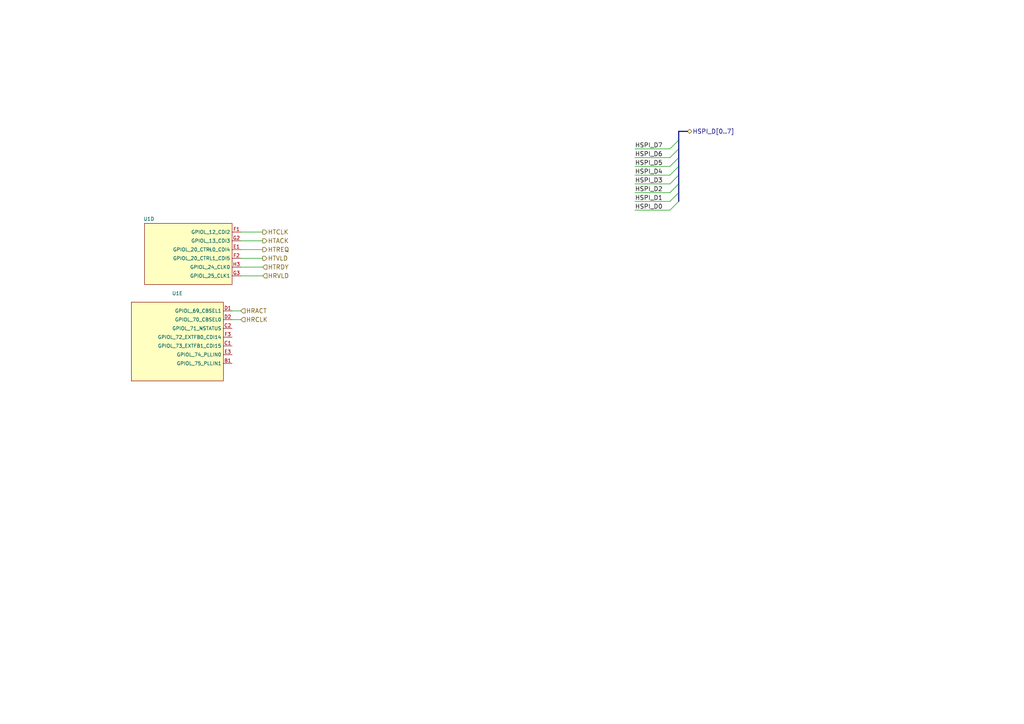
<source format=kicad_sch>
(kicad_sch (version 20230819) (generator eeschema)
  (paper "A4")
  (lib_symbols
    (symbol "efinix:T20F169Cx"
      (property "Reference" "U" (at -25.4 5.08 0))
      (symbol "T20F169Cx_1_1"
        (rectangle (start -7.62 13.97) (end 31.75 -81.28) (fill (type background)))
        (text "Power" (at -3.81 11.43 0) (effects (font (size 1 1) bold)))
        (pin power_in line (at 34.29 6.35 180) (length 2.54) (name "GND") (number "A1"))
        (pin power_in line (at 34.29 -31.75 180) (length 2.54) (name "GND") (number "A13"))
        (pin power_in line (at 34.29 -68.58 180) (length 2.54) (name "GNDA_MIPI") (number "C11"))
        (pin power_in line (at -10.16 -67.31 0) (length 2.54) (name "VCC11A_MIPI0_TX") (number "C3"))
        (pin power_in line (at 34.29 -71.12 180) (length 2.54) (name "GNDA_MIPI") (number "D11"))
        (pin power_in line (at 34.29 -76.2 180) (length 2.54) (name "GNDA_MIPI") (number "D3"))
        (pin power_in line (at -10.16 -77.47 0) (length 2.54) (name "VCC11A_MIPI1_RX") (number "E10"))
        (pin power_in line (at 34.29 -26.67 180) (length 2.54) (name "GND") (number "E12"))
        (pin power_in line (at 34.29 1.27 180) (length 2.54) (name "GND") (number "E2"))
        (pin power_in line (at -10.16 7.62 0) (length 2.54) (name "VCC") (number "E4"))
        (pin power_in line (at 34.29 -73.66 180) (length 2.54) (name "GNDA_MIPI") (number "E5"))
        (pin power_in line (at -10.16 -69.85 0) (length 2.54) (name "VCC11A_MIPI0_RX") (number "E6"))
        (pin power_in line (at -10.16 -58.42 0) (length 2.54) (name "VCC25A_MIPI0") (number "E7"))
        (pin power_in line (at -10.16 -74.93 0) (length 2.54) (name "VCC11A_MIPI1_TX") (number "E8"))
        (pin power_in line (at -10.16 -60.96 0) (length 2.54) (name "VCC25A_MIPI1") (number "E9"))
        (pin power_in line (at -10.16 -36.83 0) (length 2.54) (name "VCCIO3A_3B") (number "F10"))
        (pin power_in line (at -10.16 -34.29 0) (length 2.54) (name "VCCIO1E") (number "F4"))
        (pin power_in line (at 34.29 -6.35 180) (length 2.54) (name "GND") (number "F5"))
        (pin power_in line (at 34.29 -8.89 180) (length 2.54) (name "GND") (number "F6"))
        (pin power_in line (at -10.16 0 0) (length 2.54) (name "VCC") (number "F7"))
        (pin power_in line (at 34.29 -19.05 180) (length 2.54) (name "GND") (number "F8"))
        (pin power_in line (at -10.16 -7.62 0) (length 2.54) (name "VCC") (number "F9"))
        (pin power_in line (at -10.16 -16.51 0) (length 2.54) (name "VCCA_TR") (number "G10"))
        (pin power_in line (at -10.16 -21.59 0) (length 2.54) (name "VCCA_TL") (number "G4"))
        (pin power_in line (at -10.16 5.08 0) (length 2.54) (name "VCC") (number "G5"))
        (pin power_in line (at 34.29 -11.43 180) (length 2.54) (name "GND") (number "G6"))
        (pin power_in line (at 34.29 -13.97 180) (length 2.54) (name "GND") (number "G7"))
        (pin power_in line (at -10.16 -5.08 0) (length 2.54) (name "VCC") (number "G8"))
        (pin power_in line (at -10.16 -10.16 0) (length 2.54) (name "VCC") (number "G9"))
        (pin power_in line (at -10.16 -39.37 0) (length 2.54) (name "VCCIO3C_3D_3E") (number "H10"))
        (pin power_in line (at -10.16 -31.75 0) (length 2.54) (name "VCCIO1B_1C_1D") (number "H4"))
        (pin power_in line (at -10.16 -52.07 0) (length 2.54) (name "VCCIO4B") (number "H5"))
        (pin power_in line (at -10.16 -2.54 0) (length 2.54) (name "VCC") (number "H6"))
        (pin power_in line (at -10.16 -49.53 0) (length 2.54) (name "VCCIO4A") (number "H7"))
        (pin power_in line (at -10.16 -41.91 0) (length 2.54) (name "VCCIO4A") (number "H8"))
        (pin power_in line (at -10.16 -44.45 0) (length 2.54) (name "VCCIO4A") (number "H9"))
        (pin power_in line (at -10.16 -19.05 0) (length 2.54) (name "VCCA_BR") (number "J10"))
        (pin power_in line (at -10.16 -29.21 0) (length 2.54) (name "VCCIO1A") (number "J4"))
        (pin power_in line (at -10.16 2.54 0) (length 2.54) (name "VCC") (number "J6"))
        (pin power_in line (at 34.29 -16.51 180) (length 2.54) (name "GND") (number "J7"))
        (pin power_in line (at 34.29 -21.59 180) (length 2.54) (name "GND") (number "J8"))
        (pin power_in line (at -10.16 -46.99 0) (length 2.54) (name "VCCIO4A") (number "J9"))
        (pin power_in line (at 34.29 -29.21 180) (length 2.54) (name "GND") (number "K12"))
        (pin power_in line (at 34.29 -1.27 180) (length 2.54) (name "GND") (number "K2"))
        (pin power_in line (at 34.29 -24.13 180) (length 2.54) (name "GND") (number "L12"))
        (pin power_in line (at 34.29 -3.81 180) (length 2.54) (name "GND") (number "M4"))
        (pin power_in line (at 34.29 3.81 180) (length 2.54) (name "GND") (number "N1"))
        (pin power_in line (at 34.29 -34.29 180) (length 2.54) (name "GND") (number "N13"))
      )
      (symbol "T20F169Cx_2_1"
        (rectangle (start -8.89 3.81) (end 8.89 -13.97) (fill (type background)))
        (text "Configuration" (at -1.27 1.27 0) (effects (font (size 1 1) bold)))
        (pin output line (at -11.43 -10.16 0) (length 2.54) (name "TD0") (number "G1"))
        (pin input line (at -11.43 -5.08 0) (length 2.54) (name "TCK") (number "H1"))
        (pin input line (at -11.43 -7.62 0) (length 2.54) (name "TMS") (number "H2"))
        (pin input line (at -11.43 -2.54 0) (length 2.54) (name "TDI") (number "J3"))
        (pin input line (at 11.43 -6.35 180) (length 2.54) (name "CRESET_B") (number "K3"))
        (pin output line (at 11.43 -3.81 180) (length 2.54) (name "CONDONELE") (number "L2"))
      )
      (symbol "T20F169Cx_3_1"
        (rectangle (start -26.67 2.54) (end 0 -11.43) (fill (type background)))
        (pin bidirectional line (at 2.54 -5.08 180) (length 2.54) (name "GPIOL_08_CDI0") (number "J1"))
        (pin bidirectional line (at 2.54 -7.62 180) (length 2.54) (name "GPIOL_09_CDI1") (number "J2"))
        (pin bidirectional line (at 2.54 -2.54 180) (length 2.54) (name "GPIOL_01_CCK") (number "K1"))
        (pin bidirectional line (at 2.54 0 180) (length 2.54) (name "GPIOL_00_SS") (number "L1"))
      )
      (symbol "T20F169Cx_4_0"
        (pin bidirectional line (at 2.54 -2.54 180) (length 2.54) (name "GPIOL_13_CDI3") (number "G2"))
        (pin bidirectional line (at 2.54 -12.7 180) (length 2.54) (name "GPIOL_25_CLK1") (number "G3"))
        (pin bidirectional line (at 2.54 -10.16 180) (length 2.54) (name "GPIOL_24_CLK0") (number "H3"))
      )
      (symbol "T20F169Cx_4_1"
        (rectangle (start -25.4 2.54) (end 0 -15.24) (fill (type background)))
        (pin bidirectional line (at 2.54 -5.08 180) (length 2.54) (name "GPIOL_20_CTRL0_CDI4") (number "E1"))
        (pin bidirectional line (at 2.54 0 180) (length 2.54) (name "GPIOL_12_CDI2") (number "F1"))
        (pin bidirectional line (at 2.54 -7.62 180) (length 2.54) (name "GPIOL_20_CTRL1_CDI5") (number "F2"))
      )
      (symbol "T20F169Cx_5_0"
        (pin bidirectional line (at 2.54 -15.24 180) (length 2.54) (name "GPIOL_75_PLLIN1") (number "B1"))
        (pin bidirectional line (at 2.54 -10.16 180) (length 2.54) (name "GPIOL_73_EXTFB1_CDI15") (number "C1"))
        (pin bidirectional line (at 2.54 -2.54 180) (length 2.54) (name "GPIOL_70_CBSEL0") (number "D2"))
        (pin bidirectional line (at 2.54 -12.7 180) (length 2.54) (name "GPIOL_74_PLLIN0") (number "E3"))
      )
      (symbol "T20F169Cx_5_1"
        (rectangle (start -26.67 2.54) (end 0 -20.32) (fill (type background)))
        (pin bidirectional line (at 2.54 -5.08 180) (length 2.54) (name "GPIOL_71_NSTATUS") (number "C2"))
        (pin bidirectional line (at 2.54 0 180) (length 2.54) (name "GPIOL_69_CBSEL1") (number "D1"))
        (pin bidirectional line (at 2.54 -7.62 180) (length 2.54) (name "GPIOL_72_EXTFB0_CDI14") (number "F3"))
      )
      (symbol "T20F169Cx_6_1"
        (rectangle (start -26.67 2.54) (end 0 -63.5) (fill (type background)))
        (polyline (pts (xy -26.67 -30.48) (xy 0 -30.48)))
        (text "MIPI0 RX" (at -21.59 -33.02 0) (effects (font (size 1 1) bold)))
        (text "MIPI0 TX" (at -21.59 0 0) (effects (font (size 1 1) bold)))
        (pin bidirectional line (at 2.54 0 180) (length 2.54) (name "MIPI0_TXDP0") (number "A2"))
        (pin bidirectional line (at 2.54 -12.7 180) (length 2.54) (name "MIPI0_TXDP2") (number "A3"))
        (pin bidirectional line (at 2.54 -25.4 180) (length 2.54) (name "MIPI0_TXDP4") (number "A4"))
        (pin bidirectional line (at 2.54 -35.56 180) (length 2.54) (name "MIPI0_RXDN0") (number "A5"))
        (pin bidirectional line (at 2.54 -48.26 180) (length 2.54) (name "MIPI0_RXDN2") (number "A6"))
        (pin bidirectional line (at 2.54 -60.96 180) (length 2.54) (name "MIPI0_RXDN4") (number "A7"))
        (pin bidirectional line (at 2.54 -2.54 180) (length 2.54) (name "MIPI0_TXDN0") (number "B2"))
        (pin bidirectional line (at 2.54 -15.24 180) (length 2.54) (name "MIPI0_TXDN2") (number "B3"))
        (pin bidirectional line (at 2.54 -27.94 180) (length 2.54) (name "MIPI0_TXDN4") (number "B4"))
        (pin bidirectional line (at 2.54 -33.02 180) (length 2.54) (name "MIPI0_RXDP0") (number "B5"))
        (pin bidirectional line (at 2.54 -45.72 180) (length 2.54) (name "MIPI0_RXDP2") (number "B6"))
        (pin bidirectional line (at 2.54 -58.42 180) (length 2.54) (name "MIPI0_RXDP4") (number "B7"))
        (pin bidirectional line (at 2.54 -6.35 180) (length 2.54) (name "MIPI0_TXDP1") (number "C4"))
        (pin bidirectional line (at 2.54 -19.05 180) (length 2.54) (name "MIPI0_TXDP3") (number "C5"))
        (pin bidirectional line (at 2.54 -39.37 180) (length 2.54) (name "MIPI0_RXDP1") (number "C6"))
        (pin bidirectional line (at 2.54 -52.07 180) (length 2.54) (name "MIPI0_RXDP3") (number "C7"))
        (pin bidirectional line (at 2.54 -8.89 180) (length 2.54) (name "MIPI0_TXDN1") (number "D4"))
        (pin bidirectional line (at 2.54 -21.59 180) (length 2.54) (name "MIPI0_TXDN3") (number "D5"))
        (pin bidirectional line (at 2.54 -41.91 180) (length 2.54) (name "MIPI0_RXDN1") (number "D6"))
        (pin bidirectional line (at 2.54 -54.61 180) (length 2.54) (name "MIPI0_RXDN3") (number "D7"))
      )
      (symbol "T20F169Cx_7_1"
        (rectangle (start -26.67 2.54) (end 0 -63.5) (fill (type background)))
        (polyline (pts (xy 0 -30.48) (xy -26.67 -30.48)))
        (text "MIPI1 RX" (at -21.59 -33.02 0) (effects (font (size 1 1) bold)))
        (text "MIPI1 TX" (at -21.59 0 0) (effects (font (size 1 1) bold)))
        (pin bidirectional line (at 2.54 -25.4 180) (length 2.54) (name "MIPI1_TXDP4") (number "A10"))
        (pin bidirectional line (at 2.54 -35.56 180) (length 2.54) (name "MIPI1_RXDN0") (number "A11"))
        (pin bidirectional line (at 2.54 -48.26 180) (length 2.54) (name "MIPI1_RXDN2") (number "A12"))
        (pin bidirectional line (at 2.54 -2.54 180) (length 2.54) (name "MIPI1_TXDN0") (number "A8"))
        (pin bidirectional line (at 2.54 -12.7 180) (length 2.54) (name "MIPI1_TXDP2") (number "A9"))
        (pin bidirectional line (at 2.54 -27.94 180) (length 2.54) (name "MIPI1_TXDN4") (number "B10"))
        (pin bidirectional line (at 2.54 -33.02 180) (length 2.54) (name "MIPI1_RXDP0") (number "B11"))
        (pin bidirectional line (at 2.54 -45.72 180) (length 2.54) (name "MIPI1_RXDP2") (number "B12"))
        (pin bidirectional line (at 2.54 -60.96 180) (length 2.54) (name "MIPI1_RXDN4") (number "B13"))
        (pin bidirectional line (at 2.54 0 180) (length 2.54) (name "MIPI1_TXDP0") (number "B8"))
        (pin bidirectional line (at 2.54 -15.24 180) (length 2.54) (name "MIPI1_TXDN2") (number "B9"))
        (pin bidirectional line (at 2.54 -39.37 180) (length 2.54) (name "MIPI1_RXDP1") (number "C10"))
        (pin bidirectional line (at 2.54 -52.07 180) (length 2.54) (name "MIPI1_RXDP3") (number "C12"))
        (pin bidirectional line (at 2.54 -58.42 180) (length 2.54) (name "MIPI1_RXDP4") (number "C13"))
        (pin bidirectional line (at 2.54 -6.35 180) (length 2.54) (name "MIPI1_TXDP1") (number "C8"))
        (pin bidirectional line (at 2.54 -19.05 180) (length 2.54) (name "MIPI1_TXDP3") (number "C9"))
        (pin bidirectional line (at 2.54 -41.91 180) (length 2.54) (name "MIPI1_RXDN1") (number "D10"))
        (pin bidirectional line (at 2.54 -54.61 180) (length 2.54) (name "MIPI1_RXDN3") (number "D12"))
        (pin bidirectional line (at 2.54 -8.89 180) (length 2.54) (name "MIPI1_TXDN1") (number "D8"))
        (pin bidirectional line (at 2.54 -21.59 180) (length 2.54) (name "MIPI1_TXDN3") (number "D9"))
      )
      (symbol "T20F169Cx_8_0"
        (pin bidirectional line (at 2.54 -10.16 180) (length 2.54) (name "GPIOR_85_CDO14") (number "E11"))
        (pin bidirectional line (at 2.54 -2.54 180) (length 2.54) (name "GPIOR_77_PLLIN1") (number "F12"))
        (pin bidirectional line (at 2.54 -12.7 180) (length 2.54) (name "GPIOR_88_CDI28") (number "G11"))
      )
      (symbol "T20F169Cx_8_1"
        (rectangle (start -26.67 2.54) (end 0 -16.51) (fill (type background)))
        (pin bidirectional line (at 2.54 0 180) (length 2.54) (name "GPIOR_76_PLLIN0") (number "D13"))
        (pin bidirectional line (at 2.54 -5.08 180) (length 2.54) (name "GPIOR_78_EXTFB0_CDI31") (number "E13"))
        (pin bidirectional line (at 2.54 -7.62 180) (length 2.54) (name "GPIOR_81_MREFCLK") (number "F11"))
      )
      (symbol "T20F169Cx_9_0"
        (pin bidirectional line (at 2.54 -2.54 180) (length 2.54) (name "GPIOR_120_CLK15") (number "G12"))
      )
      (symbol "T20F169Cx_9_1"
        (rectangle (start -26.67 2.54) (end 0 -8.89) (fill (type background)))
        (pin bidirectional line (at 2.54 0 180) (length 2.54) (name "GPIOR_119_CTRL12") (number "F13"))
        (pin bidirectional line (at 2.54 -5.08 180) (length 2.54) (name "GPIOR_121_CLK14") (number "H11"))
      )
      (symbol "T20F169Cx_10_0"
        (pin bidirectional line (at 2.54 -10.16 180) (length 2.54) (name "GPIOR_158_TESTN") (number "H12"))
        (pin bidirectional line (at 2.54 -2.54 180) (length 2.54) (name "GPIOR_151_CBUS0") (number "J11"))
      )
      (symbol "T20F169Cx_10_1"
        (rectangle (start -26.67 3.81) (end 0 -13.97) (fill (type background)))
        (pin bidirectional line (at 2.54 0 180) (length 2.54) (name "GPIOR_150_CBUS1") (number "G13"))
        (pin bidirectional line (at 2.54 -5.08 180) (length 2.54) (name "GPIOR_155_CDO0") (number "H13"))
        (pin bidirectional line (at 2.54 -7.62 180) (length 2.54) (name "GPIOR_157_PLLIN") (number "J12"))
      )
      (symbol "T20F169Cx_11_0"
        (pin bidirectional line (at 2.54 -8.89 180) (length 2.54) (name "GPIOB_RXP12_EXTFP0") (number "J13"))
        (pin bidirectional line (at 2.54 -40.64 180) (length 2.54) (name "GPIOB_RXP06") (number "K10"))
        (pin bidirectional line (at 2.54 -27.94 180) (length 2.54) (name "GPIOB_RXP08") (number "K11"))
        (pin bidirectional line (at 2.54 -6.35 180) (length 2.54) (name "GPIOB_RXN12_EXTFP0") (number "K13"))
        (pin bidirectional line (at 2.54 -76.2 180) (length 2.54) (name "GPIOB_RXN00") (number "K7"))
        (pin bidirectional line (at 2.54 -63.5 180) (length 2.54) (name "GPIOB_RXN02") (number "K8"))
        (pin bidirectional line (at 2.54 -53.34 180) (length 2.54) (name "GPIOB_RXP04") (number "K9"))
        (pin bidirectional line (at 2.54 -38.1 180) (length 2.54) (name "GPIOB_RXN06") (number "L10"))
        (pin bidirectional line (at 2.54 -25.4 180) (length 2.54) (name "GPIOB_RXN08") (number "L11"))
        (pin bidirectional line (at 2.54 0 180) (length 2.54) (name "GPIOB_CLKN0") (number "L13"))
        (pin bidirectional line (at 2.54 -78.74 180) (length 2.54) (name "GPIOB_RXP00") (number "L7"))
        (pin bidirectional line (at 2.54 -66.04 180) (length 2.54) (name "GPIOB_RXP02") (number "L8"))
        (pin bidirectional line (at 2.54 -50.8 180) (length 2.54) (name "GPIOB_RXN04") (number "L9"))
        (pin bidirectional line (at 2.54 -31.75 180) (length 2.54) (name "GPIOB_RXN07") (number "M10"))
        (pin bidirectional line (at 2.54 -21.59 180) (length 2.54) (name "GPIOB_RXP09") (number "M11"))
        (pin bidirectional line (at 2.54 -19.05 180) (length 2.54) (name "GPIOB_RXN09") (number "M12"))
        (pin bidirectional line (at 2.54 -2.54 180) (length 2.54) (name "GPIOB_CLKP0") (number "M13"))
        (pin bidirectional line (at 2.54 -69.85 180) (length 2.54) (name "GPIOB_RXN01") (number "M7"))
        (pin bidirectional line (at 2.54 -59.69 180) (length 2.54) (name "GPIOB_RXP03") (number "M8"))
        (pin bidirectional line (at 2.54 -46.99 180) (length 2.54) (name "GPIOB_RXP05") (number "M9"))
        (pin bidirectional line (at 2.54 -34.29 180) (length 2.54) (name "GPIOB_RXP07") (number "N10"))
        (pin bidirectional line (at 2.54 -15.24 180) (length 2.54) (name "GPIOB_RXP10") (number "N11"))
        (pin bidirectional line (at 2.54 -12.7 180) (length 2.54) (name "GPIOB_RXN10") (number "N12"))
        (pin bidirectional line (at 2.54 -72.39 180) (length 2.54) (name "GPIOB_RXP01") (number "N7"))
        (pin bidirectional line (at 2.54 -57.15 180) (length 2.54) (name "GPIOB_RXN03") (number "N8"))
        (pin bidirectional line (at 2.54 -44.45 180) (length 2.54) (name "GPIOB_RXN05") (number "N9"))
      )
      (symbol "T20F169Cx_11_1"
        (rectangle (start -26.67 3.81) (end 0 -82.55) (fill (type background)))
        (text "BANK 4A" (at -21.59 1.27 0) (effects (font (size 1 1) bold)))
      )
      (symbol "T20F169Cx_12_0"
        (pin bidirectional line (at 2.54 -27.94 180) (length 2.54) (name "GPIOB_TXP03") (number "K4"))
        (pin bidirectional line (at 2.54 -15.24 180) (length 2.54) (name "GPIOB_TXP06") (number "K5"))
        (pin bidirectional line (at 2.54 -2.54 180) (length 2.54) (name "GPIOB_TXP09") (number "K6"))
        (pin bidirectional line (at 2.54 -31.75 180) (length 2.54) (name "GPIOB_TXN02") (number "L3"))
        (pin bidirectional line (at 2.54 -25.4 180) (length 2.54) (name "GPIOB_TXN03") (number "L4"))
        (pin bidirectional line (at 2.54 -12.7 180) (length 2.54) (name "GPIOB_TXN06") (number "L5"))
        (pin bidirectional line (at 2.54 0 180) (length 2.54) (name "GPIOB_TXN09") (number "L6"))
        (pin bidirectional line (at 2.54 -38.1 180) (length 2.54) (name "GPIOB_TXN01") (number "M1"))
        (pin bidirectional line (at 2.54 -40.64 180) (length 2.54) (name "GPIOB_TXP01") (number "M2"))
        (pin bidirectional line (at 2.54 -34.29 180) (length 2.54) (name "GPIOB_TXP02") (number "M3"))
        (pin bidirectional line (at 2.54 -19.05 180) (length 2.54) (name "GPIOB_TXN05") (number "M5"))
        (pin bidirectional line (at 2.54 -6.35 180) (length 2.54) (name "GPIOB_TXN08") (number "M6"))
        (pin bidirectional line (at 2.54 -44.45 180) (length 2.54) (name "GPIOB_TXN00") (number "N2"))
        (pin bidirectional line (at 2.54 -46.99 180) (length 2.54) (name "GPIOB_TXP00") (number "N3"))
        (pin input line (at 2.54 -53.34 180) (length 2.54) (name "REF_RES") (number "N4"))
        (pin bidirectional line (at 2.54 -21.59 180) (length 2.54) (name "GPIOB_TXP05") (number "N5"))
        (pin bidirectional line (at 2.54 -8.89 180) (length 2.54) (name "GPIOB_TXP08") (number "N6"))
      )
      (symbol "T20F169Cx_12_1"
        (rectangle (start -26.67 3.81) (end 0 -57.15) (fill (type background)))
        (text "BANK 4A" (at -21.59 1.27 0) (effects (font (size 1 1) bold)))
      )
    )
  )
  (bus_entry (at 194.31 53.34) (size 2.54 -2.54))
  (bus_entry (at 194.31 55.88) (size 2.54 -2.54))
  (bus_entry (at 194.31 48.26) (size 2.54 -2.54))
  (bus_entry (at 194.31 43.18) (size 2.54 -2.54))
  (bus_entry (at 194.31 60.96) (size 2.54 -2.54))
  (bus_entry (at 194.31 58.42) (size 2.54 -2.54))
  (bus_entry (at 194.31 50.8) (size 2.54 -2.54))
  (bus_entry (at 194.31 45.72) (size 2.54 -2.54))
  (wire (pts (xy 76.2 77.47) (xy 69.85 77.47)))
  (wire (pts (xy 76.2 74.93) (xy 69.85 74.93)))
  (wire (pts (xy 194.31 55.88) (xy 184.15 55.88)))
  (wire (pts (xy 67.31 90.17) (xy 69.85 90.17)))
  (bus (pts (xy 196.85 38.1) (xy 196.85 40.64)))
  (bus (pts (xy 196.85 45.72) (xy 196.85 48.26)))
  (wire (pts (xy 194.31 48.26) (xy 184.15 48.26)))
  (wire (pts (xy 76.2 67.31) (xy 69.85 67.31)))
  (bus (pts (xy 196.85 40.64) (xy 196.85 43.18)))
  (wire (pts (xy 194.31 43.18) (xy 184.15 43.18)))
  (bus (pts (xy 196.85 48.26) (xy 196.85 50.8)))
  (wire (pts (xy 194.31 60.96) (xy 184.15 60.96)))
  (wire (pts (xy 194.31 45.72) (xy 184.15 45.72)))
  (wire (pts (xy 194.31 53.34) (xy 184.15 53.34)))
  (bus (pts (xy 196.85 43.18) (xy 196.85 45.72)))
  (wire (pts (xy 76.2 80.01) (xy 69.85 80.01)))
  (wire (pts (xy 194.31 50.8) (xy 184.15 50.8)))
  (wire (pts (xy 76.2 72.39) (xy 69.85 72.39)))
  (wire (pts (xy 194.31 58.42) (xy 184.15 58.42)))
  (wire (pts (xy 76.2 69.85) (xy 69.85 69.85)))
  (bus (pts (xy 199.39 38.1) (xy 196.85 38.1)))
  (bus (pts (xy 196.85 50.8) (xy 196.85 53.34)))
  (bus (pts (xy 196.85 55.88) (xy 196.85 58.42)))
  (wire (pts (xy 67.31 92.71) (xy 69.85 92.71)))
  (bus (pts (xy 196.85 53.34) (xy 196.85 55.88)))
  (label "HSPI_D2" (at 184.15 55.88 0))
  (label "HSPI_D3" (at 184.15 53.34 0))
  (label "HSPI_D5" (at 184.15 48.26 0))
  (label "HSPI_D6" (at 184.15 45.72 0))
  (label "HSPI_D7" (at 184.15 43.18 0))
  (label "HSPI_D0" (at 184.15 60.96 0))
  (label "HSPI_D1" (at 184.15 58.42 0))
  (label "HSPI_D4" (at 184.15 50.8 0))
  (hierarchical_label "HTRDY" (shape input) (at 76.2 77.47 0))
  (hierarchical_label "HRVLD" (shape input) (at 76.2 80.01 0))
  (hierarchical_label "HTVLD" (shape output) (at 76.2 74.93 0))
  (hierarchical_label "HRACT" (shape input) (at 69.85 90.17 0))
  (hierarchical_label "HTREQ" (shape output) (at 76.2 72.39 0))
  (hierarchical_label "HSPI_D[0..7]" (shape bidirectional) (at 199.39 38.1 0))
  (hierarchical_label "HRCLK" (shape input) (at 69.85 92.71 0))
  (hierarchical_label "HTACK" (shape output) (at 76.2 69.85 0))
  (hierarchical_label "HTCLK" (shape output) (at 76.2 67.31 0))
  (symbol (lib_id "efinix:T20F169Cx") (at 67.31 67.31 0) (unit 4)
    (property "Reference" "U1" (at 43.18 63.5 0) (effects (font (size 1 1))))
    (property "Value" "~" (at 60.96 72.39 0) (effects (font (size 1 1))))
    (property "Footprint" "smd:BGA-169_13x13_9.0x9.0mm" (effects hide))
  )
  (symbol (lib_id "efinix:T20F169Cx") (at 64.77 90.17 0) (unit 5)
    (property "Reference" "U1" (at 51.435 85.09 0) (effects (font (size 1 1))))
    (property "Value" "~" (at 58.42 95.25 0) (effects (font (size 1 1))))
    (property "Footprint" "smd:BGA-169_13x13_9.0x9.0mm" (effects hide))
  )
)
</source>
